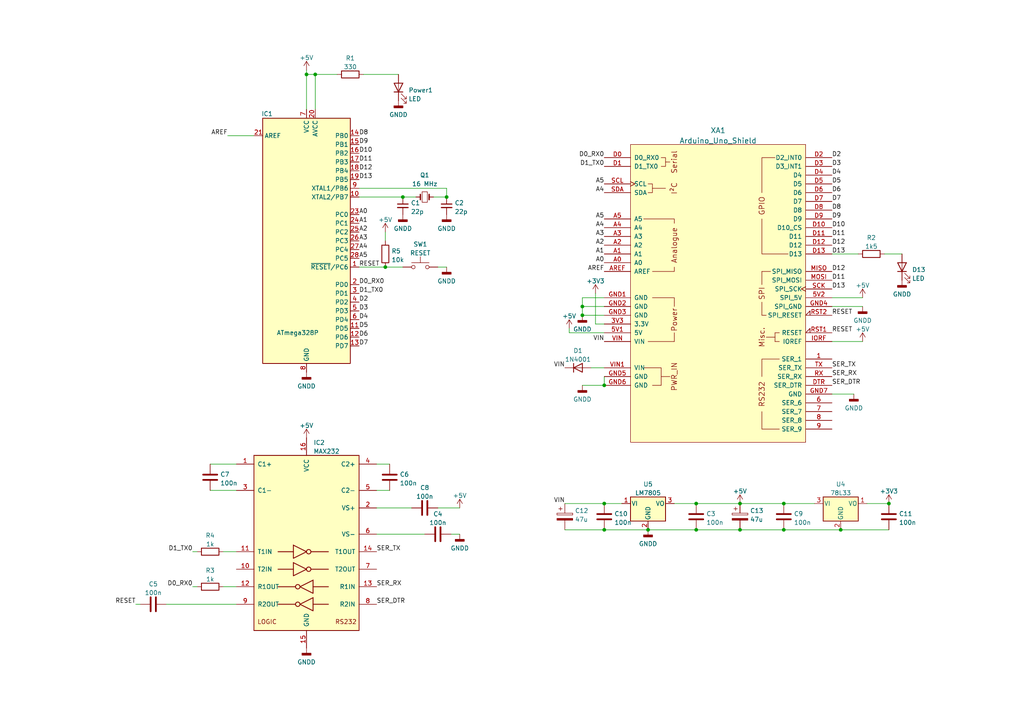
<source format=kicad_sch>
(kicad_sch (version 20211123) (generator eeschema)
  (paper "A4")
  (lib_symbols
    (symbol "Device:C" (pin_numbers hide) (pin_names (offset 0.254))
      (property "Reference" "C" (at 0.635 2.54 0))
      (property "Value" "C" (at 0.635 -2.54 0))
      (symbol "C_0_1"
        (polyline (pts (xy -2.032 -0.762) (xy 2.032 -0.762)) (stroke (width 0.508)))
        (polyline (pts (xy -2.032 0.762) (xy 2.032 0.762)) (stroke (width 0.508)))
      )
      (symbol "C_1_1"
        (pin passive line (at 0 3.81 270) (length 2.794) (name "~") (number "1"))
        (pin passive line (at 0 -3.81 90) (length 2.794) (name "~") (number "2"))
      )
    )
    (symbol "Device:C_Polarized" (pin_numbers hide) (pin_names (offset 0.254))
      (property "Reference" "C" (at 0.635 2.54 0))
      (property "Value" "C_Polarized" (at 0.635 -2.54 0))
      (symbol "C_Polarized_0_1"
        (rectangle (start -2.286 0.508) (end 2.286 1.016))
        (polyline (pts (xy -1.778 2.286) (xy -0.762 2.286)))
        (polyline (pts (xy -1.27 2.794) (xy -1.27 1.778)))
        (rectangle (start 2.286 -0.508) (end -2.286 -1.016) (fill (type outline)))
      )
      (symbol "C_Polarized_1_1"
        (pin passive line (at 0 3.81 270) (length 2.794) (name "~") (number "1"))
        (pin passive line (at 0 -3.81 90) (length 2.794) (name "~") (number "2"))
      )
    )
    (symbol "Device:C_Small" (pin_numbers hide) (pin_names (offset 0.254) hide)
      (property "Reference" "C" (at 0.254 1.778 0))
      (property "Value" "C_Small" (at 0.254 -2.032 0))
      (symbol "C_Small_0_1"
        (polyline (pts (xy -1.524 -0.508) (xy 1.524 -0.508)) (stroke (width 0.3302)))
        (polyline (pts (xy -1.524 0.508) (xy 1.524 0.508)) (stroke (width 0.3048)))
      )
      (symbol "C_Small_1_1"
        (pin passive line (at 0 2.54 270) (length 2.032) (name "~") (number "1"))
        (pin passive line (at 0 -2.54 90) (length 2.032) (name "~") (number "2"))
      )
    )
    (symbol "Device:Crystal_Small" (pin_numbers hide) (pin_names (offset 1.016) hide)
      (property "Reference" "Y" (at 0 2.54 0))
      (property "Value" "Crystal_Small" (at 0 -2.54 0))
      (symbol "Crystal_Small_0_1"
        (rectangle (start -0.762 -1.524) (end 0.762 1.524))
        (polyline (pts (xy -1.27 -0.762) (xy -1.27 0.762)) (stroke (width 0.381)))
        (polyline (pts (xy 1.27 -0.762) (xy 1.27 0.762)) (stroke (width 0.381)))
      )
      (symbol "Crystal_Small_1_1"
        (pin passive line (at -2.54 0 0) (length 1.27) (name "1") (number "1"))
        (pin passive line (at 2.54 0 180) (length 1.27) (name "2") (number "2"))
      )
    )
    (symbol "Device:LED" (pin_numbers hide) (pin_names (offset 1.016) hide)
      (property "Reference" "D" (at 0 2.54 0))
      (property "Value" "LED" (at 0 -2.54 0))
      (symbol "LED_0_1"
        (polyline (pts (xy -1.27 -1.27) (xy -1.27 1.27)) (stroke (width 0.254)))
        (polyline (pts (xy -1.27 0) (xy 1.27 0)))
        (polyline (pts (xy 1.27 -1.27) (xy 1.27 1.27) (xy -1.27 0) (xy 1.27 -1.27)) (stroke (width 0.254)))
        (polyline (pts (xy -3.048 -0.762) (xy -4.572 -2.286) (xy -3.81 -2.286) (xy -4.572 -2.286) (xy -4.572 -1.524)))
        (polyline (pts (xy -1.778 -0.762) (xy -3.302 -2.286) (xy -2.54 -2.286) (xy -3.302 -2.286) (xy -3.302 -1.524)))
      )
      (symbol "LED_1_1"
        (pin passive line (at -3.81 0 0) (length 2.54) (name "K") (number "1"))
        (pin passive line (at 3.81 0 180) (length 2.54) (name "A") (number "2"))
      )
    )
    (symbol "Device:R" (pin_numbers hide) (pin_names (offset 0))
      (property "Reference" "R" (at 2.032 0 90))
      (property "Value" "R" (at 0 0 90))
      (symbol "R_0_1"
        (rectangle (start -1.016 -2.54) (end 1.016 2.54) (stroke (width 0.254)))
      )
      (symbol "R_1_1"
        (pin passive line (at 0 3.81 270) (length 1.27) (name "~") (number "1"))
        (pin passive line (at 0 -3.81 90) (length 1.27) (name "~") (number "2"))
      )
    )
    (symbol "Diode:1N4001" (pin_numbers hide) (pin_names (offset 1.016) hide)
      (property "Reference" "D" (at 0 2.54 0))
      (property "Value" "1N4001" (at 0 -2.54 0))
      (symbol "1N4001_0_1"
        (polyline (pts (xy -1.27 1.27) (xy -1.27 -1.27)) (stroke (width 0.254)))
        (polyline (pts (xy 1.27 0) (xy -1.27 0)))
        (polyline (pts (xy 1.27 1.27) (xy 1.27 -1.27) (xy -1.27 0) (xy 1.27 1.27)) (stroke (width 0.254)))
      )
      (symbol "1N4001_1_1"
        (pin passive line (at -3.81 0 0) (length 2.54) (name "K") (number "1"))
        (pin passive line (at 3.81 0 180) (length 2.54) (name "A") (number "2"))
      )
    )
    (symbol "Interface_UART:MAX232" (pin_names (offset 1.016))
      (property "Reference" "U" (at -2.54 28.575 0))
      (property "Value" "MAX232" (at -2.54 26.67 0))
      (symbol "MAX232_0_0"
        (text "LOGIC" (at -11.43 -22.86 0) (effects (font (size 1.27 1.27))))
        (text "RS232" (at 11.43 -22.86 0) (effects (font (size 1.27 1.27))))
      )
      (symbol "MAX232_0_1"
        (rectangle (start -15.24 -25.4) (end 15.24 25.4) (stroke (width 0.254)) (fill (type background)))
        (circle (center -2.54 -17.78) (radius 0.635) (stroke (width 0.254)))
        (circle (center -2.54 -12.7) (radius 0.635) (stroke (width 0.254)))
        (polyline (pts (xy -3.81 -7.62) (xy -8.255 -7.62)) (stroke (width 0.254)))
        (polyline (pts (xy -3.81 -2.54) (xy -8.255 -2.54)) (stroke (width 0.254)))
        (polyline (pts (xy -3.175 -17.78) (xy -8.255 -17.78)) (stroke (width 0.254)))
        (polyline (pts (xy -3.175 -12.7) (xy -8.255 -12.7)) (stroke (width 0.254)))
        (polyline (pts (xy 1.27 -7.62) (xy 6.35 -7.62)) (stroke (width 0.254)))
        (polyline (pts (xy 1.27 -2.54) (xy 6.35 -2.54)) (stroke (width 0.254)))
        (polyline (pts (xy 1.905 -17.78) (xy 6.35 -17.78)) (stroke (width 0.254)))
        (polyline (pts (xy 1.905 -12.7) (xy 6.35 -12.7)) (stroke (width 0.254)))
        (polyline (pts (xy -3.81 -5.715) (xy -3.81 -9.525) (xy 0 -7.62) (xy -3.81 -5.715)) (stroke (width 0.254)))
        (polyline (pts (xy -3.81 -0.635) (xy -3.81 -4.445) (xy 0 -2.54) (xy -3.81 -0.635)) (stroke (width 0.254)))
        (polyline (pts (xy 1.905 -15.875) (xy 1.905 -19.685) (xy -1.905 -17.78) (xy 1.905 -15.875)) (stroke (width 0.254)))
        (polyline (pts (xy 1.905 -10.795) (xy 1.905 -14.605) (xy -1.905 -12.7) (xy 1.905 -10.795)) (stroke (width 0.254)))
        (circle (center 0.635 -7.62) (radius 0.635) (stroke (width 0.254)))
        (circle (center 0.635 -2.54) (radius 0.635) (stroke (width 0.254)))
      )
      (symbol "MAX232_1_1"
        (pin passive line (at -20.32 22.86 0) (length 5.08) (name "C1+") (number "1"))
        (pin input line (at -20.32 -7.62 0) (length 5.08) (name "T2IN") (number "10"))
        (pin input line (at -20.32 -2.54 0) (length 5.08) (name "T1IN") (number "11"))
        (pin output line (at -20.32 -12.7 0) (length 5.08) (name "R1OUT") (number "12"))
        (pin input line (at 20.32 -12.7 180) (length 5.08) (name "R1IN") (number "13"))
        (pin output line (at 20.32 -2.54 180) (length 5.08) (name "T1OUT") (number "14"))
        (pin power_in line (at 0 -30.48 90) (length 5.08) (name "GND") (number "15"))
        (pin power_in line (at 0 30.48 270) (length 5.08) (name "VCC") (number "16"))
        (pin power_out line (at 20.32 10.16 180) (length 5.08) (name "VS+") (number "2"))
        (pin passive line (at -20.32 15.24 0) (length 5.08) (name "C1-") (number "3"))
        (pin passive line (at 20.32 22.86 180) (length 5.08) (name "C2+") (number "4"))
        (pin passive line (at 20.32 15.24 180) (length 5.08) (name "C2-") (number "5"))
        (pin power_out line (at 20.32 2.54 180) (length 5.08) (name "VS-") (number "6"))
        (pin output line (at 20.32 -7.62 180) (length 5.08) (name "T2OUT") (number "7"))
        (pin input line (at 20.32 -17.78 180) (length 5.08) (name "R2IN") (number "8"))
        (pin output line (at -20.32 -17.78 0) (length 5.08) (name "R2OUT") (number "9"))
      )
    )
    (symbol "MCU_Microchip_ATmega:ATmega328P-P"
      (property "Reference" "U" (at -12.7 36.83 0))
      (property "Value" "ATmega328P-P" (at 2.54 -36.83 0))
      (symbol "ATmega328P-P_0_1"
        (rectangle (start -12.7 -35.56) (end 12.7 35.56) (stroke (width 0.254)) (fill (type background)))
      )
      (symbol "ATmega328P-P_1_1"
        (pin bidirectional line (at 15.24 -7.62 180) (length 2.54) (name "~{RESET}/PC6") (number "1"))
        (pin bidirectional line (at 15.24 12.7 180) (length 2.54) (name "XTAL2/PB7") (number "10"))
        (pin bidirectional line (at 15.24 -25.4 180) (length 2.54) (name "PD5") (number "11"))
        (pin bidirectional line (at 15.24 -27.94 180) (length 2.54) (name "PD6") (number "12"))
        (pin bidirectional line (at 15.24 -30.48 180) (length 2.54) (name "PD7") (number "13"))
        (pin bidirectional line (at 15.24 30.48 180) (length 2.54) (name "PB0") (number "14"))
        (pin bidirectional line (at 15.24 27.94 180) (length 2.54) (name "PB1") (number "15"))
        (pin bidirectional line (at 15.24 25.4 180) (length 2.54) (name "PB2") (number "16"))
        (pin bidirectional line (at 15.24 22.86 180) (length 2.54) (name "PB3") (number "17"))
        (pin bidirectional line (at 15.24 20.32 180) (length 2.54) (name "PB4") (number "18"))
        (pin bidirectional line (at 15.24 17.78 180) (length 2.54) (name "PB5") (number "19"))
        (pin bidirectional line (at 15.24 -12.7 180) (length 2.54) (name "PD0") (number "2"))
        (pin power_in line (at 2.54 38.1 270) (length 2.54) (name "AVCC") (number "20"))
        (pin passive line (at -15.24 30.48 0) (length 2.54) (name "AREF") (number "21"))
        (pin passive line (at 0 -38.1 90) (length 2.54) hide (name "GND") (number "22"))
        (pin bidirectional line (at 15.24 7.62 180) (length 2.54) (name "PC0") (number "23"))
        (pin bidirectional line (at 15.24 5.08 180) (length 2.54) (name "PC1") (number "24"))
        (pin bidirectional line (at 15.24 2.54 180) (length 2.54) (name "PC2") (number "25"))
        (pin bidirectional line (at 15.24 0 180) (length 2.54) (name "PC3") (number "26"))
        (pin bidirectional line (at 15.24 -2.54 180) (length 2.54) (name "PC4") (number "27"))
        (pin bidirectional line (at 15.24 -5.08 180) (length 2.54) (name "PC5") (number "28"))
        (pin bidirectional line (at 15.24 -15.24 180) (length 2.54) (name "PD1") (number "3"))
        (pin bidirectional line (at 15.24 -17.78 180) (length 2.54) (name "PD2") (number "4"))
        (pin bidirectional line (at 15.24 -20.32 180) (length 2.54) (name "PD3") (number "5"))
        (pin bidirectional line (at 15.24 -22.86 180) (length 2.54) (name "PD4") (number "6"))
        (pin power_in line (at 0 38.1 270) (length 2.54) (name "VCC") (number "7"))
        (pin power_in line (at 0 -38.1 90) (length 2.54) (name "GND") (number "8"))
        (pin bidirectional line (at 15.24 15.24 180) (length 2.54) (name "XTAL1/PB6") (number "9"))
      )
    )
    (symbol "Regulator_Linear:L78L33_TO92" (pin_names (offset 0.254))
      (property "Reference" "U" (at -3.81 3.175 0))
      (property "Value" "L78L33_TO92" (at 0 3.175 0))
      (symbol "L78L33_TO92_0_1"
        (rectangle (start -5.08 -5.08) (end 5.08 1.905) (stroke (width 0.254)) (fill (type background)))
      )
      (symbol "L78L33_TO92_1_1"
        (pin power_out line (at 7.62 0 180) (length 2.54) (name "VO") (number "1"))
        (pin power_in line (at 0 -7.62 90) (length 2.54) (name "GND") (number "2"))
        (pin power_in line (at -7.62 0 0) (length 2.54) (name "VI") (number "3"))
      )
    )
    (symbol "Regulator_Linear:LM7805_TO220" (pin_names (offset 0.254))
      (property "Reference" "U" (at -3.81 3.175 0))
      (property "Value" "LM7805_TO220" (at 0 3.175 0))
      (symbol "LM7805_TO220_0_1"
        (rectangle (start -5.08 1.905) (end 5.08 -5.08) (stroke (width 0.254)) (fill (type background)))
      )
      (symbol "LM7805_TO220_1_1"
        (pin power_in line (at -7.62 0 0) (length 2.54) (name "VI") (number "1"))
        (pin power_in line (at 0 -7.62 90) (length 2.54) (name "GND") (number "2"))
        (pin power_out line (at 7.62 0 180) (length 2.54) (name "VO") (number "3"))
      )
    )
    (symbol "Switch:SW_Push" (pin_numbers hide) (pin_names (offset 1.016) hide)
      (property "Reference" "SW" (at 1.27 2.54 0))
      (property "Value" "SW_Push" (at 0 -1.524 0))
      (symbol "SW_Push_0_1"
        (circle (center -2.032 0) (radius 0.508))
        (polyline (pts (xy 0 1.27) (xy 0 3.048)))
        (polyline (pts (xy 2.54 1.27) (xy -2.54 1.27)))
        (circle (center 2.032 0) (radius 0.508))
        (pin passive line (at -5.08 0 0) (length 2.54) (name "1") (number "1"))
        (pin passive line (at 5.08 0 180) (length 2.54) (name "2") (number "2"))
      )
    )
    (symbol "arduino:Arduino_Serial_Shield" (pin_names (offset 1.016))
      (property "Reference" "XA" (at 2.54 0 90))
      (property "Value" "Arduino_Serial_Shield" (at -2.54 0 90))
      (symbol "Arduino_Serial_Shield_0_0"
        (rectangle (start -25.4 30.48) (end 25.4 -55.88) (fill (type background)))
        (rectangle (start -20.32 -26.67) (end -12.7 -26.67))
        (rectangle (start -19.05 -13.97) (end -12.7 -13.97))
        (polyline (pts (xy -19.05 17.78) (xy -15.24 17.78)))
        (polyline (pts (xy -16.51 -39.37) (xy -19.05 -39.37)))
        (polyline (pts (xy -15.24 25.4) (xy -13.97 25.4)))
        (polyline (pts (xy -12.7 -26.67) (xy -12.7 -24.13)))
        (polyline (pts (xy -12.7 -15.24) (xy -12.7 -16.51)))
        (polyline (pts (xy -12.7 -13.97) (xy -12.7 -15.24)))
        (polyline (pts (xy -12.7 -5.08) (xy -12.7 -6.35) (xy -19.05 -6.35)))
        (polyline (pts (xy -12.7 7.62) (xy -12.7 8.89) (xy -21.59 8.89)))
        (polyline (pts (xy 12.7 -46.99) (xy 12.7 -52.07) (xy 17.78 -52.07)))
        (polyline (pts (xy 12.7 -36.83) (xy 12.7 -31.75) (xy 17.78 -31.75)))
        (polyline (pts (xy 12.7 8.89) (xy 12.7 -1.27) (xy 20.32 -1.27)))
        (polyline (pts (xy 12.7 16.51) (xy 12.7 26.67) (xy 16.51 26.67)))
        (polyline (pts (xy -20.32 19.05) (xy -19.05 19.05) (xy -19.05 16.51) (xy -20.32 16.51)))
        (polyline (pts (xy -16.51 26.67) (xy -15.24 26.67) (xy -15.24 24.13) (xy -16.51 24.13)))
        (rectangle (start 12.7 -19.05) (end 12.7 -15.24))
        (rectangle (start 12.7 -10.16) (end 12.7 -6.35))
        (rectangle (start 13.97 -19.05) (end 12.7 -19.05))
        (rectangle (start 15.24 -6.35) (end 12.7 -6.35))
        (rectangle (start 16.51 -25.4) (end 13.97 -25.4))
        (rectangle (start 16.51 -24.13) (end 16.51 -26.67))
        (rectangle (start 17.78 -26.67) (end 16.51 -26.67))
        (rectangle (start 17.78 -24.13) (end 16.51 -24.13))
        (text "Analogue" (at -12.7 1.27 900) (effects (font (size 1.524 1.524))))
        (text "I²C" (at -12.7 17.78 900) (effects (font (size 1.524 1.524))))
        (text "Misc." (at 12.7 -25.4 900) (effects (font (size 1.524 1.524))))
        (text "Power" (at -12.7 -20.32 900) (effects (font (size 1.524 1.524))))
        (text "PWR_IN" (at -12.7 -36.83 900) (effects (font (size 1.524 1.524))))
        (text "Serial" (at -12.7 25.4 900) (effects (font (size 1.524 1.524))))
        (text "SPI" (at 12.7 -12.7 900) (effects (font (size 1.524 1.524))))
      )
      (symbol "Arduino_Serial_Shield_0_1"
        (polyline (pts (xy -16.51 -36.83) (xy -13.97 -36.83)) (stroke (width 0.1524)))
        (polyline (pts (xy -16.51 -39.37) (xy -16.51 -34.29) (xy -21.59 -34.29)) (stroke (width 0.1524)))
      )
      (symbol "Arduino_Serial_Shield_1_0"
        (text "GPIO" (at 12.7 12.7 900) (effects (font (size 1.524 1.524))))
        (text "RS232" (at 12.7 -41.91 900) (effects (font (size 1.524 1.524))))
      )
      (symbol "Arduino_Serial_Shield_1_1"
        (pin output line (at 33.02 -31.75 180) (length 7.62) (name "SER_1") (number "1"))
        (pin power_in line (at -33.02 -21.59 0) (length 7.62) (name "3.3V") (number "3V3"))
        (pin power_in line (at -33.02 -24.13 0) (length 7.62) (name "5V") (number "5V1"))
        (pin power_in line (at 33.02 -13.97 180) (length 7.62) (name "SPI_5V") (number "5V2"))
        (pin output line (at 33.02 -44.45 180) (length 7.62) (name "SER_6") (number "6"))
        (pin output line (at 33.02 -46.99 180) (length 7.62) (name "SER_7") (number "7"))
        (pin output line (at 33.02 -49.53 180) (length 7.62) (name "SER_8") (number "8"))
        (pin output line (at 33.02 -52.07 180) (length 7.62) (name "SER_9") (number "9"))
        (pin bidirectional line (at -33.02 -3.81 0) (length 7.62) (name "A0") (number "A0"))
        (pin bidirectional line (at -33.02 -1.27 0) (length 7.62) (name "A1") (number "A1"))
        (pin bidirectional line (at -33.02 1.27 0) (length 7.62) (name "A2") (number "A2"))
        (pin bidirectional line (at -33.02 3.81 0) (length 7.62) (name "A3") (number "A3"))
        (pin bidirectional line (at -33.02 6.35 0) (length 7.62) (name "A4") (number "A4"))
        (pin bidirectional line (at -33.02 8.89 0) (length 7.62) (name "A5") (number "A5"))
        (pin input line (at -33.02 -6.35 0) (length 7.62) (name "AREF") (number "AREF"))
        (pin bidirectional line (at -33.02 26.67 0) (length 7.62) (name "D0_RX0") (number "D0"))
        (pin bidirectional line (at -33.02 24.13 0) (length 7.62) (name "D1_TX0") (number "D1"))
        (pin bidirectional line (at 33.02 6.35 180) (length 7.62) (name "D10_CS") (number "D10"))
        (pin bidirectional line (at 33.02 3.81 180) (length 7.62) (name "D11") (number "D11"))
        (pin bidirectional line (at 33.02 1.27 180) (length 7.62) (name "D12") (number "D12"))
        (pin bidirectional line (at 33.02 -1.27 180) (length 7.62) (name "D13") (number "D13"))
        (pin bidirectional line (at 33.02 26.67 180) (length 7.62) (name "D2_INT0") (number "D2"))
        (pin bidirectional line (at 33.02 24.13 180) (length 7.62) (name "D3_INT1") (number "D3"))
        (pin bidirectional line (at 33.02 21.59 180) (length 7.62) (name "D4") (number "D4"))
        (pin bidirectional line (at 33.02 19.05 180) (length 7.62) (name "D5") (number "D5"))
        (pin bidirectional line (at 33.02 16.51 180) (length 7.62) (name "D6") (number "D6"))
        (pin bidirectional line (at 33.02 13.97 180) (length 7.62) (name "D7") (number "D7"))
        (pin bidirectional line (at 33.02 11.43 180) (length 7.62) (name "D8") (number "D8"))
        (pin bidirectional line (at 33.02 8.89 180) (length 7.62) (name "D9") (number "D9"))
        (pin output line (at 33.02 -39.37 180) (length 7.62) (name "SER_DTR") (number "DTR"))
        (pin power_in line (at -33.02 -13.97 0) (length 7.62) (name "GND") (number "GND1"))
        (pin power_in line (at -33.02 -16.51 0) (length 7.62) (name "GND") (number "GND2"))
        (pin power_in line (at -33.02 -19.05 0) (length 7.62) (name "GND") (number "GND3"))
        (pin power_in line (at 33.02 -16.51 180) (length 7.62) (name "SPI_GND") (number "GND4"))
        (pin power_in line (at -33.02 -36.83 0) (length 7.62) (name "GND") (number "GND5"))
        (pin power_in line (at -33.02 -39.37 0) (length 7.62) (name "GND") (number "GND6"))
        (pin output line (at 33.02 -41.91 180) (length 7.62) (name "GND") (number "GND7"))
        (pin output line (at 33.02 -26.67 180) (length 7.62) (name "IOREF") (number "IORF"))
        (pin input line (at 33.02 -6.35 180) (length 7.62) (name "SPI_MISO") (number "MISO"))
        (pin output line (at 33.02 -8.89 180) (length 7.62) (name "SPI_MOSI") (number "MOSI"))
        (pin open_collector input_low (at 33.02 -24.13 180) (length 7.62) (name "RESET") (number "RST1"))
        (pin open_collector input_low (at 33.02 -19.05 180) (length 7.62) (name "SPI_RESET") (number "RST2"))
        (pin output line (at 33.02 -36.83 180) (length 7.62) (name "SER_RX") (number "RX"))
        (pin output clock (at 33.02 -11.43 180) (length 7.62) (name "SPI_SCK") (number "SCK"))
        (pin bidirectional clock (at -33.02 19.05 0) (length 7.62) (name "SCL") (number "SCL"))
        (pin bidirectional line (at -33.02 16.51 0) (length 7.62) (name "SDA") (number "SDA"))
        (pin output line (at 33.02 -34.29 180) (length 7.62) (name "SER_TX") (number "TX"))
        (pin power_in line (at -33.02 -26.67 0) (length 7.62) (name "VIN") (number "VIN"))
        (pin power_in line (at -33.02 -34.29 0) (length 7.62) (name "VIN") (number "VIN1"))
      )
    )
    (symbol "power:+3.3V" (power) (pin_names (offset 0))
      (property "Value" "+3.3V" (at 0 3.556 0))
      (symbol "+3.3V_0_1"
        (polyline (pts (xy -0.762 1.27) (xy 0 2.54)))
        (polyline (pts (xy 0 0) (xy 0 2.54)))
        (polyline (pts (xy 0 2.54) (xy 0.762 1.27)))
      )
      (symbol "+3.3V_1_1"
        (pin power_in line (at 0 0 90) (length 0) hide (name "+3V3") (number "1"))
      )
    )
    (symbol "power:+5V" (power) (pin_names (offset 0))
      (property "Value" "+5V" (at 0 3.556 0))
      (symbol "+5V_0_1"
        (polyline (pts (xy -0.762 1.27) (xy 0 2.54)))
        (polyline (pts (xy 0 0) (xy 0 2.54)))
        (polyline (pts (xy 0 2.54) (xy 0.762 1.27)))
      )
      (symbol "+5V_1_1"
        (pin power_in line (at 0 0 90) (length 0) hide (name "+5V") (number "1"))
      )
    )
    (symbol "power:GNDD" (power) (pin_names (offset 0))
      (property "Value" "GNDD" (at 0 -3.175 0))
      (symbol "GNDD_0_1"
        (rectangle (start -1.27 -1.524) (end 1.27 -2.032) (stroke (width 0.254)) (fill (type outline)))
        (polyline (pts (xy 0 0) (xy 0 -1.524)))
      )
      (symbol "GNDD_1_1"
        (pin power_in line (at 0 0 270) (length 0) hide (name "GNDD") (number "1"))
      )
    )
  )
  (junction (at 201.93 146.05))
  (junction (at 175.26 146.05))
  (junction (at 91.44 21.59))
  (junction (at 187.96 153.67))
  (junction (at 88.9 21.59))
  (junction (at 116.84 57.15))
  (junction (at 129.54 57.15))
  (junction (at 227.33 153.67))
  (junction (at 201.93 153.67))
  (junction (at 168.91 91.44))
  (junction (at 257.81 146.05))
  (junction (at 175.26 111.76))
  (junction (at 214.63 146.05))
  (junction (at 214.63 153.67))
  (junction (at 168.91 88.9))
  (junction (at 175.26 153.67))
  (junction (at 243.84 153.67))
  (junction (at 227.33 146.05))
  (junction (at 111.76 77.47))
  (wire (pts (xy 55.88 160.02) (xy 57.15 160.02)))
  (wire (pts (xy 168.91 111.76) (xy 175.26 111.76)))
  (wire (pts (xy 241.3 88.9) (xy 250.19 88.9)))
  (wire (pts (xy 195.58 146.05) (xy 201.93 146.05)))
  (wire (pts (xy 227.33 153.67) (xy 243.84 153.67)))
  (wire (pts (xy 129.54 54.61) (xy 104.14 54.61)))
  (wire (pts (xy 241.3 114.3) (xy 247.65 114.3)))
  (wire (pts (xy 104.14 57.15) (xy 116.84 57.15)))
  (wire (pts (xy 39.37 175.26) (xy 40.64 175.26)))
  (wire (pts (xy 163.83 153.67) (xy 175.26 153.67)))
  (wire (pts (xy 168.91 91.44) (xy 168.91 88.9)))
  (wire (pts (xy 125.73 57.15) (xy 129.54 57.15)))
  (wire (pts (xy 165.1 96.52) (xy 165.1 95.25)))
  (wire (pts (xy 251.46 146.05) (xy 257.81 146.05)))
  (wire (pts (xy 111.76 77.47) (xy 116.84 77.47)))
  (wire (pts (xy 91.44 21.59) (xy 97.79 21.59)))
  (wire (pts (xy 227.33 146.05) (xy 236.22 146.05)))
  (wire (pts (xy 168.91 86.36) (xy 175.26 86.36)))
  (wire (pts (xy 175.26 93.98) (xy 172.72 93.98)))
  (wire (pts (xy 64.77 170.18) (xy 68.58 170.18)))
  (wire (pts (xy 241.3 73.66) (xy 248.92 73.66)))
  (wire (pts (xy 55.88 170.18) (xy 57.15 170.18)))
  (wire (pts (xy 111.76 69.85) (xy 111.76 67.31)))
  (wire (pts (xy 116.84 57.15) (xy 120.65 57.15)))
  (wire (pts (xy 175.26 91.44) (xy 168.91 91.44)))
  (wire (pts (xy 130.81 154.94) (xy 133.35 154.94)))
  (wire (pts (xy 175.26 109.22) (xy 175.26 111.76)))
  (wire (pts (xy 168.91 88.9) (xy 168.91 86.36)))
  (wire (pts (xy 127 77.47) (xy 129.54 77.47)))
  (wire (pts (xy 48.26 175.26) (xy 68.58 175.26)))
  (wire (pts (xy 172.72 93.98) (xy 172.72 85.09)))
  (wire (pts (xy 241.3 99.06) (xy 250.19 99.06)))
  (wire (pts (xy 201.93 146.05) (xy 214.63 146.05)))
  (wire (pts (xy 91.44 21.59) (xy 88.9 21.59)))
  (wire (pts (xy 214.63 146.05) (xy 227.33 146.05)))
  (wire (pts (xy 105.41 21.59) (xy 115.57 21.59)))
  (wire (pts (xy 175.26 153.67) (xy 187.96 153.67)))
  (wire (pts (xy 241.3 86.36) (xy 250.19 86.36)))
  (wire (pts (xy 60.96 134.62) (xy 68.58 134.62)))
  (wire (pts (xy 201.93 153.67) (xy 214.63 153.67)))
  (wire (pts (xy 175.26 146.05) (xy 180.34 146.05)))
  (wire (pts (xy 214.63 153.67) (xy 227.33 153.67)))
  (wire (pts (xy 64.77 160.02) (xy 68.58 160.02)))
  (wire (pts (xy 127 147.32) (xy 133.35 147.32)))
  (wire (pts (xy 60.96 142.24) (xy 68.58 142.24)))
  (wire (pts (xy 175.26 96.52) (xy 165.1 96.52)))
  (wire (pts (xy 109.22 154.94) (xy 123.19 154.94)))
  (wire (pts (xy 163.83 146.05) (xy 175.26 146.05)))
  (wire (pts (xy 66.04 39.37) (xy 73.66 39.37)))
  (wire (pts (xy 256.54 73.66) (xy 261.62 73.66)))
  (wire (pts (xy 243.84 153.67) (xy 257.81 153.67)))
  (wire (pts (xy 129.54 57.15) (xy 129.54 54.61)))
  (wire (pts (xy 109.22 147.32) (xy 119.38 147.32)))
  (wire (pts (xy 109.22 134.62) (xy 113.03 134.62)))
  (wire (pts (xy 168.91 88.9) (xy 175.26 88.9)))
  (wire (pts (xy 91.44 31.75) (xy 91.44 21.59)))
  (wire (pts (xy 88.9 21.59) (xy 88.9 31.75)))
  (wire (pts (xy 171.45 106.68) (xy 175.26 106.68)))
  (wire (pts (xy 187.96 153.67) (xy 201.93 153.67)))
  (wire (pts (xy 104.14 77.47) (xy 111.76 77.47)))
  (wire (pts (xy 109.22 142.24) (xy 113.03 142.24)))
  (wire (pts (xy 88.9 20.32) (xy 88.9 21.59)))
  (label "D12" (at 104.14 49.53 0))
  (label "D12" (at 241.3 71.12 0))
  (label "D3" (at 241.3 48.26 0))
  (label "RESET" (at 104.14 77.47 0))
  (label "SER_TX" (at 241.3 106.68 0))
  (label "D7" (at 104.14 100.33 0))
  (label "A5" (at 175.26 63.5 180))
  (label "VIN" (at 175.26 99.06 180))
  (label "A2" (at 104.14 67.31 0))
  (label "A3" (at 175.26 68.58 180))
  (label "D5" (at 241.3 53.34 0))
  (label "RESET" (at 241.3 96.52 0))
  (label "A0" (at 175.26 76.2 180))
  (label "A5" (at 104.14 74.93 0))
  (label "D0_RX0" (at 55.88 170.18 180))
  (label "A0" (at 104.14 62.23 0))
  (label "A2" (at 175.26 71.12 180))
  (label "A3" (at 104.14 69.85 0))
  (label "D13" (at 104.14 52.07 0))
  (label "AREF" (at 175.26 78.74 180))
  (label "D10" (at 241.3 66.04 0))
  (label "D8" (at 241.3 60.96 0))
  (label "D11" (at 241.3 81.28 0))
  (label "D8" (at 104.14 39.37 0))
  (label "D9" (at 241.3 63.5 0))
  (label "D6" (at 104.14 97.79 0))
  (label "D11" (at 104.14 46.99 0))
  (label "D2" (at 104.14 87.63 0))
  (label "D6" (at 241.3 55.88 0))
  (label "D10" (at 104.14 44.45 0))
  (label "SER_DTR" (at 241.3 111.76 0))
  (label "D3" (at 104.14 90.17 0))
  (label "VIN" (at 163.83 106.68 180))
  (label "A1" (at 175.26 73.66 180))
  (label "D2" (at 241.3 45.72 0))
  (label "D0_RX0" (at 175.26 45.72 180))
  (label "VIN" (at 163.83 146.05 180))
  (label "D13" (at 241.3 73.66 0))
  (label "SER_DTR" (at 109.22 175.26 0))
  (label "D1_TX0" (at 104.14 85.09 0))
  (label "D1_TX0" (at 175.26 48.26 180))
  (label "D1_TX0" (at 55.88 160.02 180))
  (label "D5" (at 104.14 95.25 0))
  (label "A4" (at 104.14 72.39 0))
  (label "D7" (at 241.3 58.42 0))
  (label "D0_RX0" (at 104.14 82.55 0))
  (label "RESET" (at 241.3 91.44 0))
  (label "SER_RX" (at 241.3 109.22 0))
  (label "D11" (at 241.3 68.58 0))
  (label "RESET" (at 39.37 175.26 180))
  (label "A1" (at 104.14 64.77 0))
  (label "A5" (at 175.26 53.34 180))
  (label "A4" (at 175.26 55.88 180))
  (label "A4" (at 175.26 66.04 180))
  (label "D9" (at 104.14 41.91 0))
  (label "SER_TX" (at 109.22 160.02 0))
  (label "SER_RX" (at 109.22 170.18 0))
  (label "D13" (at 241.3 83.82 0))
  (label "AREF" (at 66.04 39.37 180))
  (label "D4" (at 104.14 92.71 0))
  (label "D12" (at 241.3 78.74 0))
  (label "D4" (at 241.3 50.8 0))
  (symbol (lib_id "power:GNDD") (at 129.54 62.23 0) (unit 1)
    (property "Reference" "#PWR0115" (effects hide))
    (property "Value" "GNDD" (at 129.54 66.2924 0))
  )
  (symbol (lib_id "Device:LED") (at 115.57 25.4 90) (unit 1)
    (property "Reference" "Power1" (at 118.491 26.1528 90) (effects (justify right)))
    (property "Value" "LED" (at 118.491 28.6897 90) (effects (justify right)))
    (property "Footprint" "LED_THT:LED_D3.0mm" (effects hide))
  )
  (symbol (lib_id "power:GNDD") (at 250.19 88.9 0) (unit 1)
    (property "Reference" "#PWR0107" (effects hide))
    (property "Value" "GNDD" (at 250.19 92.9624 0))
  )
  (symbol (lib_id "Device:Crystal_Small") (at 123.19 57.15 180) (unit 1)
    (property "Reference" "Q1" (at 123.19 50.8 0))
    (property "Value" "16 MHz" (at 123.19 53.34 0))
    (property "Footprint" "Crystal:Crystal_HC49-U_Vertical" (effects hide))
  )
  (symbol (lib_id "power:GNDD") (at 133.35 154.94 0) (unit 1)
    (property "Reference" "#PWR02" (effects hide))
    (property "Value" "GNDD" (at 133.35 159.0024 0))
  )
  (symbol (lib_id "Regulator_Linear:LM7805_TO220") (at 187.96 146.05 0) (unit 1)
    (property "Reference" "U5" (at 187.96 140.4452 0))
    (property "Value" "LM7805" (at 187.96 142.9821 0))
    (property "Footprint" "Package_TO_SOT_THT:TO-220-3_Vertical" (effects hide))
    (property "Datasheet" "https://www.onsemi.cn/PowerSolutions/document/MC7800-D.PDF" (effects hide))
  )
  (symbol (lib_id "Device:R") (at 60.96 160.02 90) (unit 1)
    (property "Reference" "R4" (at 60.96 155.3042 90))
    (property "Value" "1k" (at 60.96 157.8411 90))
    (property "Footprint" "Resistor_THT:R_Axial_DIN0207_L6.3mm_D2.5mm_P10.16mm_Horizontal" (effects hide))
  )
  (symbol (lib_id "power:GNDD") (at 88.9 107.95 0) (unit 1)
    (property "Reference" "#PWR0104" (effects hide))
    (property "Value" "GNDD" (at 88.9 112.0124 0))
  )
  (symbol (lib_id "Device:R") (at 60.96 170.18 90) (unit 1)
    (property "Reference" "R3" (at 60.96 165.4642 90))
    (property "Value" "1k" (at 60.96 168.0011 90))
    (property "Footprint" "Resistor_THT:R_Axial_DIN0207_L6.3mm_D2.5mm_P10.16mm_Horizontal" (effects hide))
  )
  (symbol (lib_id "power:+5V") (at 88.9 20.32 0) (unit 1)
    (property "Reference" "#PWR0101" (effects hide))
    (property "Value" "+5V" (at 88.9 16.7442 0))
  )
  (symbol (lib_id "Device:C") (at 113.03 138.43 0) (unit 1)
    (property "Reference" "C6" (at 115.951 137.5953 0) (effects (justify left)))
    (property "Value" "100n" (at 115.951 140.1322 0) (effects (justify left)))
    (property "Footprint" "Capacitor_THT:C_Rect_L7.0mm_W2.0mm_P5.00mm" (effects hide))
  )
  (symbol (lib_id "Device:LED") (at 261.62 77.47 90) (unit 1)
    (property "Reference" "D13" (at 264.541 78.2228 90) (effects (justify right)))
    (property "Value" "LED" (at 264.541 80.7597 90) (effects (justify right)))
    (property "Footprint" "LED_THT:LED_D3.0mm" (effects hide))
  )
  (symbol (lib_id "power:+5V") (at 214.63 146.05 0) (unit 1)
    (property "Reference" "#PWR0119" (effects hide))
    (property "Value" "+5V" (at 214.63 142.4742 0))
  )
  (symbol (lib_id "Device:C_Small") (at 116.84 59.69 0) (unit 1)
    (property "Reference" "C1" (at 119.1641 58.8616 0) (effects (justify left)))
    (property "Value" "22p" (at 119.1641 61.3985 0) (effects (justify left)))
    (property "Footprint" "Capacitor_THT:C_Rect_L7.0mm_W2.0mm_P5.00mm" (effects hide))
  )
  (symbol (lib_id "power:GNDD") (at 88.9 187.96 0) (unit 1)
    (property "Reference" "#PWR0108" (effects hide))
    (property "Value" "GNDD" (at 88.9 192.0224 0))
  )
  (symbol (lib_id "Device:R") (at 252.73 73.66 90) (unit 1)
    (property "Reference" "R2" (at 252.73 68.9442 90))
    (property "Value" "1k5" (at 252.73 71.4811 90))
    (property "Footprint" "Resistor_THT:R_Axial_DIN0207_L6.3mm_D2.5mm_P10.16mm_Horizontal" (effects hide))
  )
  (symbol (lib_id "MCU_Microchip_ATmega:ATmega328P-P") (at 88.9 69.85 0) (unit 1)
    (property "Reference" "IC1" (at 77.47 33.02 0))
    (property "Value" "ATmega328P" (at 86.36 96.52 0))
    (property "Footprint" "Package_DIP:DIP-28_W7.62mm" (effects hide))
    (property "Datasheet" "http://ww1.microchip.com/downloads/en/DeviceDoc/ATmega328_P%20AVR%20MCU%20with%20picoPower%20Technology%20Data%20Sheet%2040001984A.pdf" (effects hide))
  )
  (symbol (lib_id "Device:R") (at 101.6 21.59 90) (unit 1)
    (property "Reference" "R1" (at 101.6 16.8742 90))
    (property "Value" "330" (at 101.6 19.4111 90))
    (property "Footprint" "Resistor_THT:R_Axial_DIN0207_L6.3mm_D2.5mm_P10.16mm_Horizontal" (effects hide))
  )
  (symbol (lib_id "power:+3.3V") (at 172.72 85.09 0) (unit 1)
    (property "Reference" "#PWR0106" (effects hide))
    (property "Value" "+3.3V" (at 172.72 81.5142 0))
  )
  (symbol (lib_id "Device:C") (at 127 154.94 90) (unit 1)
    (property "Reference" "C4" (at 127 149.0812 90))
    (property "Value" "100n" (at 127 151.6181 90))
    (property "Footprint" "Capacitor_THT:C_Rect_L7.0mm_W2.0mm_P5.00mm" (effects hide))
  )
  (symbol (lib_id "Device:C") (at 227.33 149.86 0) (unit 1)
    (property "Reference" "C9" (at 230.251 149.0253 0) (effects (justify left)))
    (property "Value" "100n" (at 230.251 151.5622 0) (effects (justify left)))
    (property "Footprint" "Capacitor_THT:C_Rect_L7.0mm_W2.0mm_P5.00mm" (effects hide))
  )
  (symbol (lib_id "power:+5V") (at 133.35 147.32 0) (unit 1)
    (property "Reference" "#PWR01" (effects hide))
    (property "Value" "+5V" (at 133.35 143.7442 0))
  )
  (symbol (lib_id "power:GNDD") (at 116.84 62.23 0) (unit 1)
    (property "Reference" "#PWR0116" (effects hide))
    (property "Value" "GNDD" (at 116.84 66.2924 0))
  )
  (symbol (lib_id "Device:C") (at 257.81 149.86 0) (unit 1)
    (property "Reference" "C11" (at 260.731 149.0253 0) (effects (justify left)))
    (property "Value" "100n" (at 260.731 151.5622 0) (effects (justify left)))
    (property "Footprint" "Capacitor_THT:C_Rect_L7.0mm_W2.0mm_P5.00mm" (effects hide))
  )
  (symbol (lib_id "power:GNDD") (at 168.91 111.76 0) (unit 1)
    (property "Reference" "#PWR0111" (effects hide))
    (property "Value" "GNDD" (at 168.91 115.8224 0))
  )
  (symbol (lib_id "power:GNDD") (at 247.65 114.3 0) (unit 1)
    (property "Reference" "#PWR0110" (effects hide))
    (property "Value" "GNDD" (at 247.65 118.3624 0))
  )
  (symbol (lib_id "Switch:SW_Push") (at 121.92 77.47 0) (unit 1)
    (property "Reference" "SW1" (at 121.92 70.8492 0))
    (property "Value" "RESET" (at 121.92 73.3861 0))
    (property "Footprint" "Button_Switch_THT:SW_PUSH_6mm" (effects hide))
  )
  (symbol (lib_id "Device:C") (at 123.19 147.32 270) (unit 1)
    (property "Reference" "C8" (at 123.19 141.4612 90))
    (property "Value" "100n" (at 123.19 143.9981 90))
    (property "Footprint" "Capacitor_THT:C_Rect_L7.0mm_W2.0mm_P5.00mm" (effects hide))
  )
  (symbol (lib_id "Device:C") (at 60.96 138.43 0) (unit 1)
    (property "Reference" "C7" (at 63.881 137.5953 0) (effects (justify left)))
    (property "Value" "100n" (at 63.881 140.1322 0) (effects (justify left)))
    (property "Footprint" "Capacitor_THT:C_Rect_L7.0mm_W2.0mm_P5.00mm" (effects hide))
  )
  (symbol (lib_id "Device:C") (at 201.93 149.86 0) (unit 1)
    (property "Reference" "C3" (at 204.851 149.0253 0) (effects (justify left)))
    (property "Value" "100n" (at 204.851 151.5622 0) (effects (justify left)))
    (property "Footprint" "Capacitor_THT:C_Rect_L7.0mm_W2.0mm_P5.00mm" (effects hide))
  )
  (symbol (lib_id "Device:C_Polarized") (at 214.63 149.86 0) (unit 1)
    (property "Reference" "C13" (at 217.551 148.1363 0) (effects (justify left)))
    (property "Value" "47u" (at 217.551 150.6732 0) (effects (justify left)))
    (property "Footprint" "Capacitor_THT:CP_Radial_D6.3mm_P2.50mm" (effects hide))
  )
  (symbol (lib_id "power:+5V") (at 250.19 86.36 0) (unit 1)
    (property "Reference" "#PWR0102" (effects hide))
    (property "Value" "+5V" (at 250.19 82.7842 0))
  )
  (symbol (lib_id "power:+5V") (at 250.19 99.06 0) (unit 1)
    (property "Reference" "#PWR0114" (effects hide))
    (property "Value" "+5V" (at 250.19 95.4842 0))
  )
  (symbol (lib_id "Device:C") (at 44.45 175.26 270) (unit 1)
    (property "Reference" "C5" (at 44.45 169.4012 90))
    (property "Value" "100n" (at 44.45 171.9381 90))
    (property "Footprint" "Capacitor_THT:C_Rect_L7.0mm_W2.0mm_P5.00mm" (effects hide))
  )
  (symbol (lib_id "Device:C") (at 175.26 149.86 0) (unit 1)
    (property "Reference" "C10" (at 178.181 149.0253 0) (effects (justify left)))
    (property "Value" "100n" (at 178.181 151.5622 0) (effects (justify left)))
    (property "Footprint" "Capacitor_THT:C_Rect_L7.0mm_W2.0mm_P5.00mm" (effects hide))
  )
  (symbol (lib_id "power:GNDD") (at 115.57 29.21 0) (unit 1)
    (property "Reference" "#PWR0121" (effects hide))
    (property "Value" "GNDD" (at 115.57 33.2724 0))
  )
  (symbol (lib_id "power:+5V") (at 111.76 67.31 0) (unit 1)
    (property "Reference" "#PWR0112" (effects hide))
    (property "Value" "+5V" (at 111.76 63.7342 0))
  )
  (symbol (lib_id "power:GNDD") (at 261.62 81.28 0) (unit 1)
    (property "Reference" "#PWR0118" (effects hide))
    (property "Value" "GNDD" (at 261.62 85.3424 0))
  )
  (symbol (lib_id "power:+5V") (at 88.9 127 0) (unit 1)
    (property "Reference" "#PWR0109" (effects hide))
    (property "Value" "+5V" (at 88.9 123.4242 0))
  )
  (symbol (lib_id "power:GNDD") (at 168.91 91.44 0) (unit 1)
    (property "Reference" "#PWR0103" (effects hide))
    (property "Value" "GNDD" (at 168.91 95.5024 0))
  )
  (symbol (lib_id "Device:C_Polarized") (at 163.83 149.86 0) (unit 1)
    (property "Reference" "C12" (at 166.751 148.1363 0) (effects (justify left)))
    (property "Value" "47u" (at 166.751 150.6732 0) (effects (justify left)))
    (property "Footprint" "Capacitor_THT:CP_Radial_D6.3mm_P2.50mm" (effects hide))
  )
  (symbol (lib_id "Diode:1N4001") (at 167.64 106.68 0) (unit 1)
    (property "Reference" "D1" (at 167.64 101.7102 0))
    (property "Value" "1N4001" (at 167.64 104.2471 0))
    (property "Footprint" "Diode_THT:D_DO-41_SOD81_P10.16mm_Horizontal" (effects hide))
    (property "Datasheet" "http://www.vishay.com/docs/88503/1n4001.pdf" (effects hide))
  )
  (symbol (lib_id "arduino:Arduino_Serial_Shield") (at 208.28 72.39 0) (unit 1)
    (property "Reference" "XA1" (at 208.28 37.8259 0) (effects (font (size 1.524 1.524))))
    (property "Value" "Arduino_Uno_Shield" (at 208.28 40.8193 0) (effects (font (size 1.524 1.524))))
    (property "Footprint" "Arduino:Arduino_Serial_Shield" (effects hide))
  )
  (symbol (lib_id "Interface_UART:MAX232") (at 88.9 157.48 0) (unit 1)
    (property "Reference" "IC2" (at 90.9194 128.3802 0) (effects (justify left)))
    (property "Value" "MAX232" (at 90.9194 130.9171 0) (effects (justify left)))
    (property "Footprint" "Package_DIP:DIP-16_W7.62mm" (effects hide))
    (property "Datasheet" "http://www.ti.com/lit/ds/symlink/max232.pdf" (effects hide))
  )
  (symbol (lib_id "power:GNDD") (at 129.54 77.47 0) (unit 1)
    (property "Reference" "#PWR0117" (effects hide))
    (property "Value" "GNDD" (at 129.54 81.5324 0))
  )
  (symbol (lib_id "power:+5V") (at 165.1 95.25 0) (unit 1)
    (property "Reference" "#PWR0105" (effects hide))
    (property "Value" "+5V" (at 165.1 91.6742 0))
  )
  (symbol (lib_id "Regulator_Linear:L78L33_TO92") (at 243.84 146.05 0) (unit 1)
    (property "Reference" "U4" (at 243.84 140.4452 0))
    (property "Value" "78L33" (at 243.84 142.9821 0))
    (property "Footprint" "Package_TO_SOT_THT:TO-92_Inline" (effects hide))
    (property "Datasheet" "http://www.st.com/content/ccc/resource/technical/document/datasheet/15/55/e5/aa/23/5b/43/fd/CD00000446.pdf/files/CD00000446.pdf/jcr:content/translations/en.CD00000446.pdf" (effects hide))
  )
  (symbol (lib_id "power:+3.3V") (at 257.81 146.05 0) (unit 1)
    (property "Reference" "#PWR0120" (effects hide))
    (property "Value" "+3.3V" (at 257.81 142.4742 0))
  )
  (symbol (lib_id "power:GNDD") (at 187.96 153.67 0) (unit 1)
    (property "Reference" "#PWR0113" (effects hide))
    (property "Value" "GNDD" (at 187.96 157.7324 0))
  )
  (symbol (lib_id "Device:C_Small") (at 129.54 59.69 0) (unit 1)
    (property "Reference" "C2" (at 131.8641 58.8616 0) (effects (justify left)))
    (property "Value" "22p" (at 131.8641 61.3985 0) (effects (justify left)))
    (property "Footprint" "Capacitor_THT:C_Rect_L7.0mm_W2.0mm_P5.00mm" (effects hide))
  )
  (symbol (lib_id "Device:R") (at 111.76 73.66 0) (unit 1)
    (property "Reference" "R5" (at 113.538 72.8253 0) (effects (justify left)))
    (property "Value" "10k" (at 113.538 75.3622 0) (effects (justify left)))
    (property "Footprint" "Resistor_THT:R_Axial_DIN0207_L6.3mm_D2.5mm_P10.16mm_Horizontal" (effects hide))
  )
)
</source>
